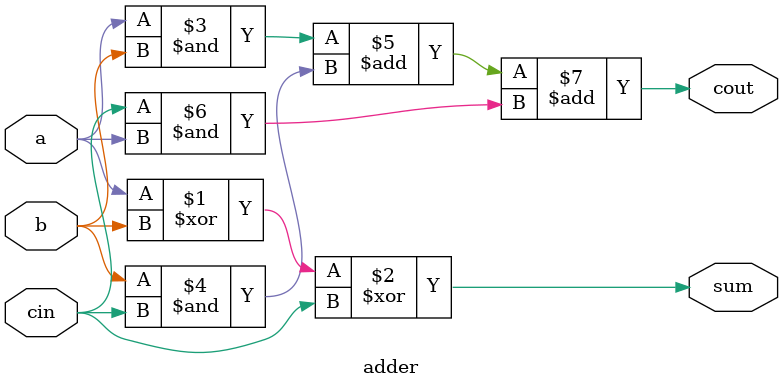
<source format=v>
module top_module( 
    input [2:0] a, b,
    input cin,
    output [2:0] cout,
    output [2:0] sum );
    adder first(.a(a[0]),.b(b[0]),.cin(cin),.cout(cout[0]),.sum(sum[0]));
    adder second(.a(a[1]),.b(b[1]),.cin(cout[0]),.cout(cout[1]),.sum(sum[1]));
    adder third(.a(a[2]),.b(b[2]),.cin(cout[1]),.cout(cout[2]),.sum(sum[2]));
endmodule
module adder(input a,b,cin,output cout,sum);
    assign sum = a^b^cin;
    assign cout=(a&b)+(b&cin)+(cin&a);
endmodule

</source>
